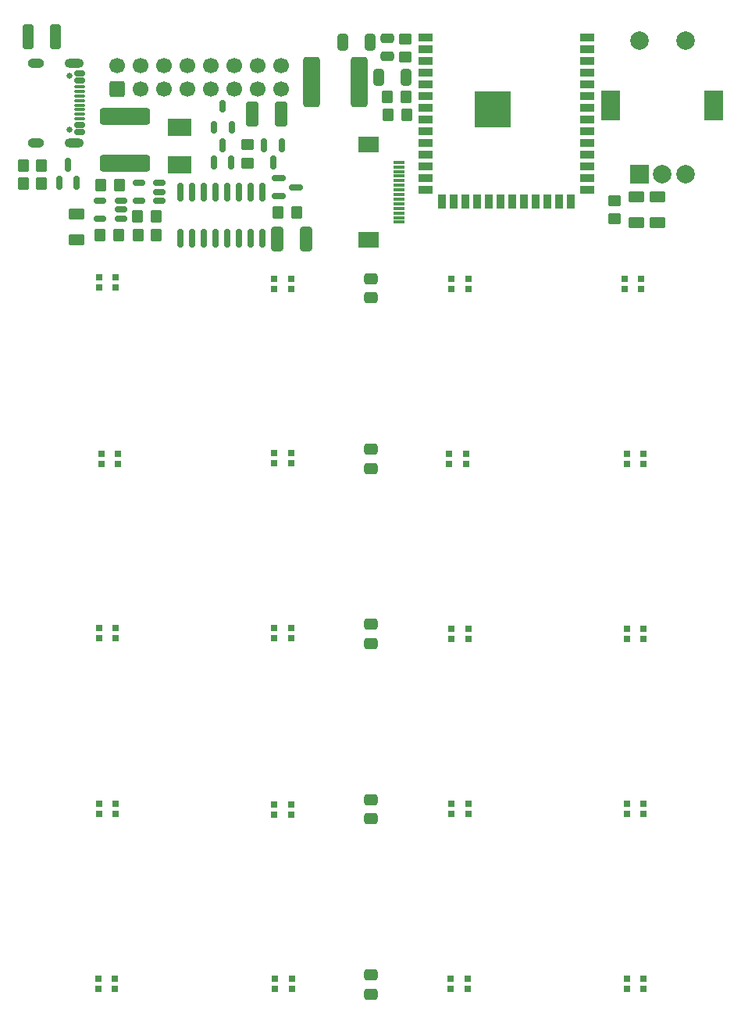
<source format=gbr>
%TF.GenerationSoftware,KiCad,Pcbnew,8.0.7-8.0.7-0~ubuntu22.04.1*%
%TF.CreationDate,2024-12-28T00:36:41+00:00*%
%TF.ProjectId,numcalcium,6e756d63-616c-4636-9975-6d2e6b696361,rev?*%
%TF.SameCoordinates,Original*%
%TF.FileFunction,Soldermask,Top*%
%TF.FilePolarity,Negative*%
%FSLAX46Y46*%
G04 Gerber Fmt 4.6, Leading zero omitted, Abs format (unit mm)*
G04 Created by KiCad (PCBNEW 8.0.7-8.0.7-0~ubuntu22.04.1) date 2024-12-28 00:36:41*
%MOMM*%
%LPD*%
G01*
G04 APERTURE LIST*
G04 Aperture macros list*
%AMRoundRect*
0 Rectangle with rounded corners*
0 $1 Rounding radius*
0 $2 $3 $4 $5 $6 $7 $8 $9 X,Y pos of 4 corners*
0 Add a 4 corners polygon primitive as box body*
4,1,4,$2,$3,$4,$5,$6,$7,$8,$9,$2,$3,0*
0 Add four circle primitives for the rounded corners*
1,1,$1+$1,$2,$3*
1,1,$1+$1,$4,$5*
1,1,$1+$1,$6,$7*
1,1,$1+$1,$8,$9*
0 Add four rect primitives between the rounded corners*
20,1,$1+$1,$2,$3,$4,$5,0*
20,1,$1+$1,$4,$5,$6,$7,0*
20,1,$1+$1,$6,$7,$8,$9,0*
20,1,$1+$1,$8,$9,$2,$3,0*%
G04 Aperture macros list end*
%ADD10R,2.000000X2.000000*%
%ADD11C,2.000000*%
%ADD12R,2.000000X3.200000*%
%ADD13RoundRect,0.150000X0.512500X0.150000X-0.512500X0.150000X-0.512500X-0.150000X0.512500X-0.150000X0*%
%ADD14R,0.700000X0.700000*%
%ADD15RoundRect,0.250000X-0.350000X-0.450000X0.350000X-0.450000X0.350000X0.450000X-0.350000X0.450000X0*%
%ADD16RoundRect,0.150000X0.150000X-0.825000X0.150000X0.825000X-0.150000X0.825000X-0.150000X-0.825000X0*%
%ADD17RoundRect,0.250000X0.650000X2.450000X-0.650000X2.450000X-0.650000X-2.450000X0.650000X-2.450000X0*%
%ADD18RoundRect,0.250000X0.350000X0.450000X-0.350000X0.450000X-0.350000X-0.450000X0.350000X-0.450000X0*%
%ADD19RoundRect,0.250000X0.475000X-0.337500X0.475000X0.337500X-0.475000X0.337500X-0.475000X-0.337500X0*%
%ADD20RoundRect,0.250000X-0.475000X0.250000X-0.475000X-0.250000X0.475000X-0.250000X0.475000X0.250000X0*%
%ADD21C,0.650000*%
%ADD22RoundRect,0.150000X-0.425000X0.150000X-0.425000X-0.150000X0.425000X-0.150000X0.425000X0.150000X0*%
%ADD23RoundRect,0.075000X-0.500000X0.075000X-0.500000X-0.075000X0.500000X-0.075000X0.500000X0.075000X0*%
%ADD24O,2.100000X1.000000*%
%ADD25O,1.800000X1.000000*%
%ADD26RoundRect,0.150000X0.150000X-0.587500X0.150000X0.587500X-0.150000X0.587500X-0.150000X-0.587500X0*%
%ADD27RoundRect,0.150000X0.150000X-0.512500X0.150000X0.512500X-0.150000X0.512500X-0.150000X-0.512500X0*%
%ADD28RoundRect,0.250000X0.625000X-0.375000X0.625000X0.375000X-0.625000X0.375000X-0.625000X-0.375000X0*%
%ADD29RoundRect,0.250000X0.325000X0.650000X-0.325000X0.650000X-0.325000X-0.650000X0.325000X-0.650000X0*%
%ADD30R,2.500000X1.900000*%
%ADD31R,1.500000X0.900000*%
%ADD32R,0.900000X1.500000*%
%ADD33C,0.600000*%
%ADD34R,3.900000X3.900000*%
%ADD35RoundRect,0.250000X0.325000X1.100000X-0.325000X1.100000X-0.325000X-1.100000X0.325000X-1.100000X0*%
%ADD36RoundRect,0.150000X-0.150000X0.587500X-0.150000X-0.587500X0.150000X-0.587500X0.150000X0.587500X0*%
%ADD37RoundRect,0.150000X-0.587500X-0.150000X0.587500X-0.150000X0.587500X0.150000X-0.587500X0.150000X0*%
%ADD38RoundRect,0.250000X-0.412500X-1.100000X0.412500X-1.100000X0.412500X1.100000X-0.412500X1.100000X0*%
%ADD39RoundRect,0.250000X0.450000X-0.350000X0.450000X0.350000X-0.450000X0.350000X-0.450000X-0.350000X0*%
%ADD40R,1.300000X0.300000*%
%ADD41R,2.200000X1.800000*%
%ADD42RoundRect,0.250000X0.600000X-0.600000X0.600000X0.600000X-0.600000X0.600000X-0.600000X-0.600000X0*%
%ADD43C,1.700000*%
%ADD44RoundRect,0.250000X-2.450000X0.650000X-2.450000X-0.650000X2.450000X-0.650000X2.450000X0.650000X0*%
%ADD45RoundRect,0.250000X0.400000X1.075000X-0.400000X1.075000X-0.400000X-1.075000X0.400000X-1.075000X0*%
%ADD46RoundRect,0.250000X-0.450000X0.350000X-0.450000X-0.350000X0.450000X-0.350000X0.450000X0.350000X0*%
G04 APERTURE END LIST*
D10*
%TO.C,SW21*%
X67788000Y10932120D03*
D11*
X72788000Y10932120D03*
X70288000Y10932120D03*
D12*
X64688000Y18432120D03*
X75888000Y18432120D03*
D11*
X72788000Y25432120D03*
X67788000Y25432120D03*
%TD*%
D13*
%TO.C,U1*%
X11603900Y6145200D03*
X11603900Y7095200D03*
X11603900Y8045200D03*
X9328900Y8045200D03*
X9328900Y6145200D03*
%TD*%
D14*
%TO.C,D46*%
X68022000Y-1464000D03*
X68022000Y-364000D03*
X66192000Y-364000D03*
X66192000Y-1464000D03*
%TD*%
D15*
%TO.C,R10*%
X28609200Y6805600D03*
X30609200Y6805600D03*
%TD*%
D14*
%TO.C,D42*%
X68272000Y-20464000D03*
X68272000Y-19364000D03*
X66442000Y-19364000D03*
X66442000Y-20464000D03*
%TD*%
%TO.C,D41*%
X49022000Y-20464000D03*
X49022000Y-19364000D03*
X47192000Y-19364000D03*
X47192000Y-20464000D03*
%TD*%
D16*
%TO.C,U3*%
X18026800Y4025800D03*
X19296800Y4025800D03*
X20566800Y4025800D03*
X21836800Y4025800D03*
X23106800Y4025800D03*
X24376800Y4025800D03*
X25646800Y4025800D03*
X26916800Y4025800D03*
X26916800Y8975800D03*
X25646800Y8975800D03*
X24376800Y8975800D03*
X23106800Y8975800D03*
X21836800Y8975800D03*
X20566800Y8975800D03*
X19296800Y8975800D03*
X18026800Y8975800D03*
%TD*%
D14*
%TO.C,D34*%
X68272000Y-58364000D03*
X68272000Y-57264000D03*
X66442000Y-57264000D03*
X66442000Y-58364000D03*
%TD*%
D17*
%TO.C,C6*%
X37381600Y20978800D03*
X32281600Y20978800D03*
%TD*%
D18*
%TO.C,R17*%
X2990000Y9904400D03*
X990000Y9904400D03*
%TD*%
D15*
%TO.C,R5*%
X40563200Y17372000D03*
X42563200Y17372000D03*
%TD*%
D19*
%TO.C,C18*%
X38692000Y-58939000D03*
X38692000Y-56864000D03*
%TD*%
D20*
%TO.C,C8*%
X40429600Y25637200D03*
X40429600Y23737200D03*
%TD*%
D21*
%TO.C,J2*%
X6025789Y21574120D03*
X6025789Y15794120D03*
D22*
X7100789Y21884120D03*
X7100789Y21084120D03*
D23*
X7100789Y19934120D03*
X7100789Y18934120D03*
X7100789Y18434120D03*
X7100789Y17434120D03*
D22*
X7100789Y16284120D03*
X7100789Y15484120D03*
X7100789Y15484120D03*
X7100789Y16284120D03*
D23*
X7100789Y16934120D03*
X7100789Y17934120D03*
X7100789Y19434120D03*
X7100789Y20434120D03*
D22*
X7100789Y21084120D03*
X7100789Y21884120D03*
D24*
X6525789Y23004120D03*
D25*
X2345789Y23004120D03*
D24*
X6525789Y14364120D03*
D25*
X2345789Y14364120D03*
%TD*%
D26*
%TO.C,Q1*%
X4900000Y10056800D03*
X6800000Y10056800D03*
X5850000Y11931800D03*
%TD*%
D27*
%TO.C,U6*%
X21685500Y16031300D03*
X23585500Y16031300D03*
X22635500Y18306300D03*
%TD*%
D28*
%TO.C,D23*%
X69792000Y5685000D03*
X69792000Y8485000D03*
%TD*%
%TO.C,D28*%
X6742000Y3859200D03*
X6742000Y6659200D03*
%TD*%
D29*
%TO.C,C7*%
X38602600Y25246000D03*
X35652600Y25246000D03*
%TD*%
D30*
%TO.C,L1*%
X17909200Y11936400D03*
X17909200Y16036400D03*
%TD*%
D31*
%TO.C,U4*%
X44651789Y25724120D03*
X44651789Y24454120D03*
X44651789Y23184120D03*
X44651789Y21914120D03*
X44651789Y20644120D03*
X44651789Y19374120D03*
X44651789Y18104120D03*
X44651789Y16834120D03*
X44651789Y15564120D03*
X44651789Y14294120D03*
X44651789Y13024120D03*
X44651789Y11754120D03*
X44651789Y10484120D03*
X44651789Y9214120D03*
D32*
X46416789Y7964120D03*
X47686789Y7964120D03*
X48956789Y7964120D03*
X50226789Y7964120D03*
X51496789Y7964120D03*
X52766789Y7964120D03*
X54036789Y7964120D03*
X55306789Y7964120D03*
X56576789Y7964120D03*
X57846789Y7964120D03*
X59116789Y7964120D03*
X60386789Y7964120D03*
D31*
X62151789Y9214120D03*
X62151789Y10484120D03*
X62151789Y11754120D03*
X62151789Y13024120D03*
X62151789Y14294120D03*
X62151789Y15564120D03*
X62151789Y16834120D03*
X62151789Y18104120D03*
X62151789Y19374120D03*
X62151789Y20644120D03*
X62151789Y21914120D03*
X62151789Y23184120D03*
X62151789Y24454120D03*
X62151789Y25724120D03*
D33*
X50501789Y18704120D03*
X50501789Y17304120D03*
X51201789Y19404120D03*
X51201789Y18004120D03*
X51201789Y16604120D03*
X51901789Y18704120D03*
D34*
X51901789Y18004120D03*
D33*
X51901789Y17304120D03*
X52601789Y19404120D03*
X52601789Y18004120D03*
X52601789Y16604120D03*
X53301789Y18704120D03*
X53301789Y17304120D03*
%TD*%
D18*
%TO.C,R16*%
X2990000Y11878920D03*
X990000Y11878920D03*
%TD*%
D14*
%TO.C,D40*%
X30022000Y-20364000D03*
X30022000Y-19264000D03*
X28192000Y-19264000D03*
X28192000Y-20364000D03*
%TD*%
D18*
%TO.C,R8*%
X15439300Y4367200D03*
X13439300Y4367200D03*
%TD*%
D35*
%TO.C,C1*%
X4515800Y25855600D03*
X1565800Y25855600D03*
%TD*%
D36*
%TO.C,Q4*%
X29035200Y14093100D03*
X27135200Y14093100D03*
X28085200Y12218100D03*
%TD*%
D37*
%TO.C,Q6*%
X28694800Y10483600D03*
X28694800Y8583600D03*
X30569800Y9533600D03*
%TD*%
D38*
%TO.C,C3*%
X25811500Y17499000D03*
X28936500Y17499000D03*
%TD*%
D39*
%TO.C,R12*%
X65118400Y6085000D03*
X65118400Y8085000D03*
%TD*%
D15*
%TO.C,R3*%
X9435500Y9752000D03*
X11435500Y9752000D03*
%TD*%
D40*
%TO.C,J3*%
X41731000Y12240000D03*
X41731000Y11740000D03*
X41731000Y11240000D03*
X41731000Y10740000D03*
X41731000Y10240000D03*
X41731000Y9740000D03*
X41731000Y9240000D03*
X41731000Y8740000D03*
X41731000Y8240000D03*
X41731000Y7740000D03*
X41731000Y7240000D03*
X41731000Y6740000D03*
X41731000Y6240000D03*
X41731000Y5740000D03*
D41*
X38481000Y14140000D03*
X38481000Y3840000D03*
%TD*%
D14*
%TO.C,D31*%
X11022000Y-58364000D03*
X11022000Y-57264000D03*
X9192000Y-57264000D03*
X9192000Y-58364000D03*
%TD*%
%TO.C,D45*%
X49272000Y-1464000D03*
X49272000Y-364000D03*
X47442000Y-364000D03*
X47442000Y-1464000D03*
%TD*%
%TO.C,D39*%
X11272000Y-20464000D03*
X11272000Y-19364000D03*
X9442000Y-19364000D03*
X9442000Y-20464000D03*
%TD*%
D42*
%TO.C,J1*%
X11199389Y20210120D03*
D43*
X11199389Y22750120D03*
X13739389Y20210120D03*
X13739389Y22750120D03*
X16279389Y20210120D03*
X16279389Y22750120D03*
X18819389Y20210120D03*
X18819389Y22750120D03*
X21359389Y20210120D03*
X21359389Y22750120D03*
X23899389Y20210120D03*
X23899389Y22750120D03*
X26439389Y20210120D03*
X26439389Y22750120D03*
X28979389Y20210120D03*
X28979389Y22750120D03*
%TD*%
D44*
%TO.C,C2*%
X12016400Y17229600D03*
X12016400Y12129600D03*
%TD*%
D28*
%TO.C,D22*%
X67485789Y5687720D03*
X67485789Y8487720D03*
%TD*%
D14*
%TO.C,D32*%
X30022000Y-58464000D03*
X30022000Y-57364000D03*
X28192000Y-57364000D03*
X28192000Y-58464000D03*
%TD*%
%TO.C,D30*%
X68272000Y-77364000D03*
X68272000Y-76264000D03*
X66442000Y-76264000D03*
X66442000Y-77364000D03*
%TD*%
D45*
%TO.C,C5*%
X31642000Y3886000D03*
X28542000Y3886000D03*
%TD*%
D14*
%TO.C,D33*%
X49272000Y-58364000D03*
X49272000Y-57264000D03*
X47442000Y-57264000D03*
X47442000Y-58364000D03*
%TD*%
%TO.C,D24*%
X30107000Y-77364000D03*
X30107000Y-76264000D03*
X28277000Y-76264000D03*
X28277000Y-77364000D03*
%TD*%
%TO.C,D43*%
X11022000Y-1364000D03*
X11022000Y-264000D03*
X9192000Y-264000D03*
X9192000Y-1364000D03*
%TD*%
D15*
%TO.C,R4*%
X9333900Y4367200D03*
X11333900Y4367200D03*
%TD*%
D13*
%TO.C,U2*%
X15785500Y8076700D03*
X15785500Y9026700D03*
X15785500Y9976700D03*
X13510500Y9976700D03*
X13510500Y8076700D03*
%TD*%
D14*
%TO.C,D38*%
X68272000Y-39464000D03*
X68272000Y-38364000D03*
X66442000Y-38364000D03*
X66442000Y-39464000D03*
%TD*%
D19*
%TO.C,C14*%
X38692000Y-2439000D03*
X38692000Y-364000D03*
%TD*%
D18*
%TO.C,R9*%
X15388500Y6349400D03*
X13388500Y6349400D03*
%TD*%
D26*
%TO.C,Q2*%
X21668700Y12245800D03*
X23568700Y12245800D03*
X22618700Y14120800D03*
%TD*%
D19*
%TO.C,C19*%
X38692000Y-77939000D03*
X38692000Y-75864000D03*
%TD*%
D29*
%TO.C,C4*%
X42514200Y21486800D03*
X39564200Y21486800D03*
%TD*%
D14*
%TO.C,D29*%
X49192000Y-77364000D03*
X49192000Y-76264000D03*
X47362000Y-76264000D03*
X47362000Y-77364000D03*
%TD*%
%TO.C,D35*%
X11022000Y-39364000D03*
X11022000Y-38264000D03*
X9192000Y-38264000D03*
X9192000Y-39364000D03*
%TD*%
D46*
%TO.C,R7*%
X25342000Y14155600D03*
X25342000Y12155600D03*
%TD*%
D19*
%TO.C,C16*%
X38692000Y-20939000D03*
X38692000Y-18864000D03*
%TD*%
D14*
%TO.C,D44*%
X30022000Y-1464000D03*
X30022000Y-364000D03*
X28192000Y-364000D03*
X28192000Y-1464000D03*
%TD*%
%TO.C,D36*%
X30022000Y-39364000D03*
X30022000Y-38264000D03*
X28192000Y-38264000D03*
X28192000Y-39364000D03*
%TD*%
D18*
%TO.C,R6*%
X42512400Y19302400D03*
X40512400Y19302400D03*
%TD*%
D14*
%TO.C,D21*%
X10942000Y-77364000D03*
X10942000Y-76264000D03*
X9112000Y-76264000D03*
X9112000Y-77364000D03*
%TD*%
%TO.C,D37*%
X49272000Y-39464000D03*
X49272000Y-38364000D03*
X47442000Y-38364000D03*
X47442000Y-39464000D03*
%TD*%
D46*
%TO.C,R14*%
X42410800Y25620400D03*
X42410800Y23620400D03*
%TD*%
D19*
%TO.C,C17*%
X38692000Y-39901500D03*
X38692000Y-37826500D03*
%TD*%
M02*

</source>
